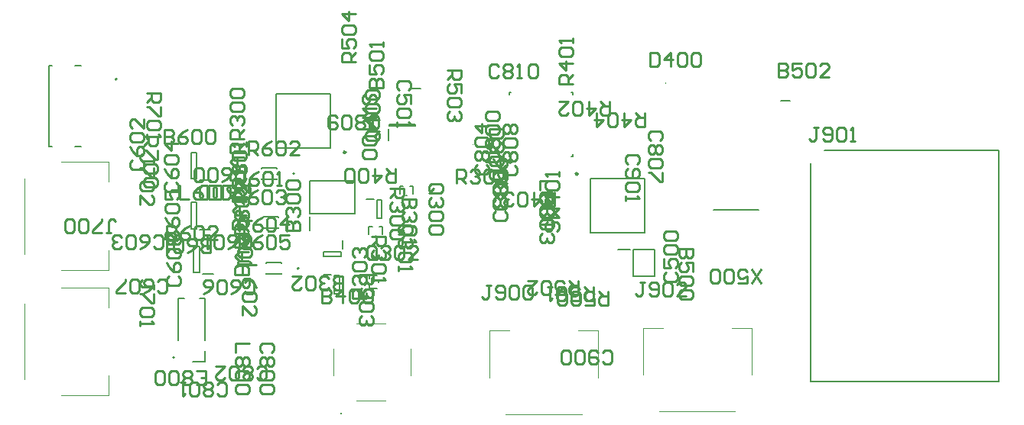
<source format=gbr>
%TF.GenerationSoftware,Altium Limited,Altium Designer,24.10.1 (45)*%
G04 Layer_Color=65535*
%FSLAX45Y45*%
%MOMM*%
%TF.SameCoordinates,2EBBFB3B-01A8-4DF5-8D17-AA19E7DB42BB*%
%TF.FilePolarity,Positive*%
%TF.FileFunction,Legend,Top*%
%TF.Part,Single*%
G01*
G75*
%TA.AperFunction,NonConductor*%
%ADD52C,0.25000*%
%ADD53C,0.20000*%
%ADD54C,0.10000*%
%ADD55C,0.12700*%
%ADD56C,0.15000*%
%ADD57C,0.25400*%
D52*
X8857498Y5460003D02*
G03*
X8857498Y5460003I-12500J0D01*
G01*
X8122499Y5590426D02*
G03*
X8122499Y5590426I-12500J0D01*
G01*
X6287500Y5700000D02*
G03*
X6287500Y5700000I-12500J0D01*
G01*
D53*
X4392500Y3424000D02*
G03*
X4392500Y3424000I-10000J0D01*
G01*
X6230001Y2799998D02*
G03*
X6240001Y2799998I5000J0D01*
G01*
D02*
G03*
X6230001Y2799998I-5000J0D01*
G01*
D02*
G03*
X6240001Y2799998I5000J0D01*
G01*
X5741000Y4920000D02*
G03*
X5741000Y4920000I-10000J0D01*
G01*
X5721000Y5460000D02*
G03*
X5721000Y5460000I-10000J0D01*
G01*
X5771000Y4410000D02*
G03*
X5771000Y4410000I-10000J0D01*
G01*
X3754575Y6510000D02*
G03*
X3754575Y6510000I-10000J0D01*
G01*
X12999503Y3158002D02*
X13519998D01*
Y5717002D01*
X11438001Y3158002D02*
X11958498D01*
X11438001D02*
Y5579999D01*
X11958498Y3158002D02*
X12999503D01*
X11590000Y5717002D02*
X13519998D01*
X9000002Y5410002D02*
X9600001D01*
X9000002Y4809998D02*
X9600001D01*
Y5410002D01*
X9000002Y4809998D02*
Y5410002D01*
X9474256Y4620001D02*
X9704253D01*
Y4320002D02*
Y4620001D01*
X9474256Y4320002D02*
X9704253D01*
X9474256D02*
Y4620001D01*
X9299255D02*
X9439255D01*
X10360000Y5060000D02*
X10859999D01*
X8095000Y5655427D02*
X8117500D01*
X8095000D02*
Y5677926D01*
Y6342924D02*
Y6365428D01*
X8117500D01*
X8782502D02*
X8805001D01*
Y6342924D02*
Y6365428D01*
X8782502Y5655427D02*
X8805001D01*
Y5677926D01*
X6997299Y6407861D02*
X7117298D01*
X6766885Y5990361D02*
Y6005358D01*
X7058884D01*
Y5990361D02*
Y6005358D01*
X6766885Y5990361D02*
X7058884D01*
X6762384Y5830357D02*
Y5955360D01*
X5520004Y5750001D02*
X6120003D01*
X5520004Y6350005D02*
X6120003D01*
X5520004Y5750001D02*
Y6350005D01*
X6120003Y5750001D02*
Y6350005D01*
X11104413Y6274999D02*
X11209416D01*
X4573529Y4852401D02*
X4633529D01*
X4573529D02*
Y5142403D01*
X4633529D01*
Y4852401D02*
Y5142403D01*
X4668530Y4837400D02*
X4788530D01*
X6632499Y5170002D02*
X6687500D01*
Y4970003D02*
Y5170002D01*
X6632499Y4970003D02*
X6687500D01*
X6632499D02*
Y5170002D01*
X6512499Y5180000D02*
X6597503D01*
X5890001Y5015001D02*
Y5384998D01*
X6390000D01*
Y5015001D02*
Y5384998D01*
X5890001Y5015001D02*
X6390000D01*
X5887502Y4832502D02*
Y4980000D01*
X4578899Y5406598D02*
X4638899D01*
X4578899D02*
Y5696600D01*
X4638899D01*
Y5406598D02*
Y5696600D01*
X4673900Y5391602D02*
X4793899D01*
X6240003Y4542500D02*
Y4597502D01*
X6039998Y4542500D02*
X6240003D01*
X6039998D02*
Y4597502D01*
X6240003D01*
X6250000Y4632503D02*
Y4717501D01*
X6162502Y4329999D02*
X6217498D01*
Y4129999D02*
Y4329999D01*
X6162502Y4129999D02*
X6217498D01*
X6162502D02*
Y4329999D01*
X6042503Y4340001D02*
X6127501D01*
X4700798Y4348698D02*
X4820798D01*
X4665802Y4363700D02*
Y4653702D01*
X4605802D02*
X4665802D01*
X4605802Y4363700D02*
Y4653702D01*
Y4363700D02*
X4665802D01*
X3000573Y6659499D02*
X3035574D01*
X3000573Y5765500D02*
Y6659499D01*
Y5765500D02*
X3035574D01*
X3291576Y6659499D02*
X3359577D01*
X3291576Y5765500D02*
X3359577D01*
D54*
X9830000Y6470000D02*
G03*
X9830000Y6460000I0J-5000D01*
G01*
D02*
G03*
X9830000Y6470000I0J5000D01*
G01*
X7690000Y5780000D02*
G03*
X7700000Y5780000I5000J0D01*
G01*
D02*
G03*
X7690000Y5780000I-5000J0D01*
G01*
X10559999Y3750000D02*
X10779999D01*
Y3227502D02*
Y3750000D01*
X9580001D02*
X9800001D01*
X9580001Y3227502D02*
Y3750000D01*
X9760001Y2824998D02*
X10599999D01*
X8860003Y3720003D02*
X9080002D01*
Y3197499D02*
Y3720003D01*
X7879999D02*
X8099999D01*
X7879999Y3197499D02*
Y3720003D01*
X8059999Y2795001D02*
X8900003D01*
X6154999Y3219999D02*
Y3519998D01*
X6405001Y3794999D02*
X6729999D01*
X7005000Y3219999D02*
Y3519998D01*
X6405001Y2944998D02*
X6729999D01*
X3659998Y4389999D02*
Y4609998D01*
X3137499Y4389999D02*
X3659998D01*
Y5370002D02*
Y5590002D01*
X3137499D02*
X3659998D01*
X2735001Y4569998D02*
Y5410002D01*
X3659998Y2999999D02*
Y3219999D01*
X3137499Y2999999D02*
X3659998D01*
Y3980002D02*
Y4200002D01*
X3137499D02*
X3659998D01*
X2735001Y3179999D02*
Y4020002D01*
D55*
X4667499Y4074998D02*
X4732498D01*
Y3610000D02*
Y4074998D01*
Y3375000D02*
Y3490001D01*
X4592498Y3375000D02*
X4732498D01*
X4432498Y3610000D02*
Y4074998D01*
X4497502D01*
X5375001Y4984999D02*
X5544998D01*
X5375001Y4855002D02*
X5544998D01*
Y4975001D02*
Y4984999D01*
Y4855002D02*
Y4864999D01*
X5375001Y4975001D02*
Y4984999D01*
Y4855002D02*
Y4864999D01*
X5355001Y5525003D02*
X5524998D01*
X5355001Y5395001D02*
X5524998D01*
Y5515000D02*
Y5525003D01*
Y5395001D02*
Y5404998D01*
X5355001Y5515000D02*
Y5525003D01*
Y5395001D02*
Y5404998D01*
X5404998Y4475002D02*
X5575000D01*
X5404998Y4345000D02*
X5575000D01*
Y4465000D02*
Y4475002D01*
Y4345000D02*
Y4355003D01*
X5404998Y4465000D02*
Y4475002D01*
Y4345000D02*
Y4355003D01*
D56*
X6885000Y5237500D02*
Y5320000D01*
X6920001D01*
X7035002Y5237500D02*
Y5320000D01*
X7000001D02*
X7035002D01*
X6955003Y5220000D02*
X6965000D01*
X6614998Y4769998D02*
X6625001D01*
X6660002Y4869998D02*
X6694998D01*
Y4787499D02*
Y4869998D01*
X6545001D02*
X6580002D01*
X6545001Y4787499D02*
Y4869998D01*
X6649999Y4254998D02*
Y4265000D01*
X6550000Y4300002D02*
Y4335003D01*
X6632499D01*
X6550000Y4185001D02*
Y4220002D01*
Y4185001D02*
X6632499D01*
D57*
X11522657Y5972381D02*
X11471873D01*
X11497265D01*
Y5845422D01*
X11471873Y5820030D01*
X11446482D01*
X11421090Y5845422D01*
X11573441D02*
X11598833Y5820030D01*
X11649616D01*
X11675008Y5845422D01*
Y5946989D01*
X11649616Y5972381D01*
X11598833D01*
X11573441Y5946989D01*
Y5921597D01*
X11598833Y5896205D01*
X11675008D01*
X11725791Y5946989D02*
X11751183Y5972381D01*
X11801967D01*
X11827359Y5946989D01*
Y5845422D01*
X11801967Y5820030D01*
X11751183D01*
X11725791Y5845422D01*
Y5946989D01*
X11878142Y5820030D02*
X11928926D01*
X11903534D01*
Y5972381D01*
X11878142Y5946989D01*
X8524069Y4925819D02*
X8498677Y4900428D01*
Y4849644D01*
X8524069Y4824252D01*
X8549461D01*
X8574853Y4849644D01*
Y4900428D01*
X8600245Y4925819D01*
X8625636D01*
X8651028Y4900428D01*
Y4849644D01*
X8625636Y4824252D01*
X8498677Y4976603D02*
X8651028D01*
X8600245Y5027386D01*
X8651028Y5078170D01*
X8498677D01*
X8651028Y5205129D02*
X8498677D01*
X8574853Y5128954D01*
Y5230521D01*
X8524069Y5281304D02*
X8498677Y5306696D01*
Y5357480D01*
X8524069Y5382872D01*
X8625636D01*
X8651028Y5357480D01*
Y5306696D01*
X8625636Y5281304D01*
X8524069D01*
X8651028Y5433655D02*
Y5484439D01*
Y5459047D01*
X8498677D01*
X8524069Y5433655D01*
X5105870Y4826450D02*
Y4978801D01*
X5182046D01*
X5207437Y4953409D01*
Y4902626D01*
X5182046Y4877234D01*
X5105870D01*
X5156654D02*
X5207437Y4826450D01*
X5359788Y4978801D02*
X5309004Y4953409D01*
X5258221Y4902626D01*
Y4851842D01*
X5283613Y4826450D01*
X5334396D01*
X5359788Y4851842D01*
Y4877234D01*
X5334396Y4902626D01*
X5258221D01*
X5410572Y4953409D02*
X5435963Y4978801D01*
X5486747D01*
X5512139Y4953409D01*
Y4851842D01*
X5486747Y4826450D01*
X5435963D01*
X5410572Y4851842D01*
Y4953409D01*
X5639098Y4826450D02*
Y4978801D01*
X5562922Y4902626D01*
X5664490D01*
X4632063Y3119258D02*
X4733630D01*
Y3271609D01*
X4632063D01*
X4733630Y3195434D02*
X4682847D01*
X4581280Y3144650D02*
X4555888Y3119258D01*
X4505104D01*
X4479712Y3144650D01*
Y3170042D01*
X4505104Y3195434D01*
X4479712Y3220826D01*
Y3246217D01*
X4505104Y3271609D01*
X4555888D01*
X4581280Y3246217D01*
Y3220826D01*
X4555888Y3195434D01*
X4581280Y3170042D01*
Y3144650D01*
X4555888Y3195434D02*
X4505104D01*
X4428929Y3144650D02*
X4403537Y3119258D01*
X4352754D01*
X4327362Y3144650D01*
Y3246217D01*
X4352754Y3271609D01*
X4403537D01*
X4428929Y3246217D01*
Y3144650D01*
X4276578D02*
X4251186Y3119258D01*
X4200403D01*
X4175011Y3144650D01*
Y3246217D01*
X4200403Y3271609D01*
X4251186D01*
X4276578Y3246217D01*
Y3144650D01*
X5167643Y4152511D02*
X5193035Y4127119D01*
X5243818D01*
X5269210Y4152511D01*
Y4254078D01*
X5243818Y4279470D01*
X5193035D01*
X5167643Y4254078D01*
X5015292Y4127119D02*
X5066076Y4152511D01*
X5116859Y4203295D01*
Y4254078D01*
X5091468Y4279470D01*
X5040684D01*
X5015292Y4254078D01*
Y4228686D01*
X5040684Y4203295D01*
X5116859D01*
X4964509Y4152511D02*
X4939117Y4127119D01*
X4888333D01*
X4862942Y4152511D01*
Y4254078D01*
X4888333Y4279470D01*
X4939117D01*
X4964509Y4254078D01*
Y4152511D01*
X4710591Y4127119D02*
X4761375Y4152511D01*
X4812158Y4203295D01*
Y4254078D01*
X4786766Y4279470D01*
X4735983D01*
X4710591Y4254078D01*
Y4228686D01*
X4735983Y4203295D01*
X4812158D01*
X5463489Y3477642D02*
X5488881Y3503034D01*
Y3553818D01*
X5463489Y3579210D01*
X5361922D01*
X5336531Y3553818D01*
Y3503034D01*
X5361922Y3477642D01*
X5463489Y3426859D02*
X5488881Y3401467D01*
Y3350683D01*
X5463489Y3325292D01*
X5438098D01*
X5412706Y3350683D01*
X5387314Y3325292D01*
X5361922D01*
X5336531Y3350683D01*
Y3401467D01*
X5361922Y3426859D01*
X5387314D01*
X5412706Y3401467D01*
X5438098Y3426859D01*
X5463489D01*
X5412706Y3401467D02*
Y3350683D01*
X5463489Y3274508D02*
X5488881Y3249116D01*
Y3198333D01*
X5463489Y3172941D01*
X5361922D01*
X5336531Y3198333D01*
Y3249116D01*
X5361922Y3274508D01*
X5463489D01*
Y3122157D02*
X5488881Y3096765D01*
Y3045982D01*
X5463489Y3020590D01*
X5361922D01*
X5336531Y3045982D01*
Y3096765D01*
X5361922Y3122157D01*
X5463489D01*
X5222881Y3579210D02*
X5070530D01*
Y3477642D01*
X5197489Y3426859D02*
X5222881Y3401467D01*
Y3350683D01*
X5197489Y3325292D01*
X5172098D01*
X5146706Y3350683D01*
X5121314Y3325292D01*
X5095922D01*
X5070530Y3350683D01*
Y3401467D01*
X5095922Y3426859D01*
X5121314D01*
X5146706Y3401467D01*
X5172098Y3426859D01*
X5197489D01*
X5146706Y3401467D02*
Y3350683D01*
X5197489Y3274508D02*
X5222881Y3249116D01*
Y3198333D01*
X5197489Y3172941D01*
X5095922D01*
X5070530Y3198333D01*
Y3249116D01*
X5095922Y3274508D01*
X5197489D01*
Y3122157D02*
X5222881Y3096765D01*
Y3045982D01*
X5197489Y3020590D01*
X5095922D01*
X5070530Y3045982D01*
Y3096765D01*
X5095922Y3122157D01*
X5197489D01*
X4867643Y3020511D02*
X4893035Y2995119D01*
X4943818D01*
X4969210Y3020511D01*
Y3122078D01*
X4943818Y3147470D01*
X4893035D01*
X4867643Y3122078D01*
X4816860Y3020511D02*
X4791468Y2995119D01*
X4740684D01*
X4715292Y3020511D01*
Y3045903D01*
X4740684Y3071295D01*
X4715292Y3096686D01*
Y3122078D01*
X4740684Y3147470D01*
X4791468D01*
X4816860Y3122078D01*
Y3096686D01*
X4791468Y3071295D01*
X4816860Y3045903D01*
Y3020511D01*
X4791468Y3071295D02*
X4740684D01*
X4664509Y3020511D02*
X4639117Y2995119D01*
X4588333D01*
X4562942Y3020511D01*
Y3122078D01*
X4588333Y3147470D01*
X4639117D01*
X4664509Y3122078D01*
Y3020511D01*
X4512158Y3147470D02*
X4461375D01*
X4486766D01*
Y2995119D01*
X4512158Y3020511D01*
X5307643Y3196510D02*
X5333035Y3171119D01*
X5383818D01*
X5409210Y3196510D01*
Y3298077D01*
X5383818Y3323469D01*
X5333035D01*
X5307643Y3298077D01*
X5256859Y3196510D02*
X5231468Y3171119D01*
X5180684D01*
X5155292Y3196510D01*
Y3221902D01*
X5180684Y3247294D01*
X5155292Y3272686D01*
Y3298077D01*
X5180684Y3323469D01*
X5231468D01*
X5256859Y3298077D01*
Y3272686D01*
X5231468Y3247294D01*
X5256859Y3221902D01*
Y3196510D01*
X5231468Y3247294D02*
X5180684D01*
X5104509Y3196510D02*
X5079117Y3171119D01*
X5028333D01*
X5002941Y3196510D01*
Y3298077D01*
X5028333Y3323469D01*
X5079117D01*
X5104509Y3298077D01*
Y3196510D01*
X4850591Y3323469D02*
X4952158D01*
X4850591Y3221902D01*
Y3196510D01*
X4875983Y3171119D01*
X4926766D01*
X4952158Y3196510D01*
X9597037Y4252601D02*
X9546254D01*
X9571646D01*
Y4125642D01*
X9546254Y4100250D01*
X9520862D01*
X9495470Y4125642D01*
X9647821D02*
X9673213Y4100250D01*
X9723996D01*
X9749388Y4125642D01*
Y4227209D01*
X9723996Y4252601D01*
X9673213D01*
X9647821Y4227209D01*
Y4201817D01*
X9673213Y4176425D01*
X9749388D01*
X9800172Y4227209D02*
X9825564Y4252601D01*
X9876347D01*
X9901739Y4227209D01*
Y4125642D01*
X9876347Y4100250D01*
X9825564D01*
X9800172Y4125642D01*
Y4227209D01*
X10054090Y4100250D02*
X9952522D01*
X10054090Y4201817D01*
Y4227209D01*
X10028698Y4252601D01*
X9977914D01*
X9952522Y4227209D01*
X9127643Y3376511D02*
X9153035Y3351120D01*
X9203818D01*
X9229210Y3376511D01*
Y3478078D01*
X9203818Y3503470D01*
X9153035D01*
X9127643Y3478078D01*
X9076859D02*
X9051468Y3503470D01*
X9000684D01*
X8975292Y3478078D01*
Y3376511D01*
X9000684Y3351120D01*
X9051468D01*
X9076859Y3376511D01*
Y3401903D01*
X9051468Y3427295D01*
X8975292D01*
X8924509Y3376511D02*
X8899117Y3351120D01*
X8848333D01*
X8822941Y3376511D01*
Y3478078D01*
X8848333Y3503470D01*
X8899117D01*
X8924509Y3478078D01*
Y3376511D01*
X8772158D02*
X8746766Y3351120D01*
X8695983D01*
X8670591Y3376511D01*
Y3478078D01*
X8695983Y3503470D01*
X8746766D01*
X8772158Y3478078D01*
Y3376511D01*
X7897037Y4222601D02*
X7846254D01*
X7871645D01*
Y4095642D01*
X7846254Y4070250D01*
X7820862D01*
X7795470Y4095642D01*
X7947821D02*
X7973213Y4070250D01*
X8023996D01*
X8049388Y4095642D01*
Y4197209D01*
X8023996Y4222601D01*
X7973213D01*
X7947821Y4197209D01*
Y4171817D01*
X7973213Y4146426D01*
X8049388D01*
X8100172Y4197209D02*
X8125563Y4222601D01*
X8176347D01*
X8201739Y4197209D01*
Y4095642D01*
X8176347Y4070250D01*
X8125563D01*
X8100172Y4095642D01*
Y4197209D01*
X8252522D02*
X8277914Y4222601D01*
X8328698D01*
X8354089Y4197209D01*
Y4095642D01*
X8328698Y4070250D01*
X8277914D01*
X8252522Y4095642D01*
Y4197209D01*
X9034130Y4208550D02*
Y4056199D01*
X8957955D01*
X8932563Y4081591D01*
Y4132375D01*
X8957955Y4157766D01*
X9034130D01*
X8983347D02*
X8932563Y4208550D01*
X8780212Y4056199D02*
X8881780D01*
Y4132375D01*
X8830996Y4106983D01*
X8805604D01*
X8780212Y4132375D01*
Y4183158D01*
X8805604Y4208550D01*
X8856388D01*
X8881780Y4183158D01*
X8729429Y4081591D02*
X8704037Y4056199D01*
X8653253D01*
X8627862Y4081591D01*
Y4183158D01*
X8653253Y4208550D01*
X8704037D01*
X8729429Y4183158D01*
Y4081591D01*
X8577078Y4208550D02*
X8526295D01*
X8551686D01*
Y4056199D01*
X8577078Y4081591D01*
X9194130Y4153549D02*
Y4001199D01*
X9117955D01*
X9092563Y4026591D01*
Y4077374D01*
X9117955Y4102766D01*
X9194130D01*
X9143347D02*
X9092563Y4153549D01*
X8940212Y4001199D02*
X9041779D01*
Y4077374D01*
X8990996Y4051982D01*
X8965604D01*
X8940212Y4077374D01*
Y4128158D01*
X8965604Y4153549D01*
X9016388D01*
X9041779Y4128158D01*
X8889429Y4026591D02*
X8864037Y4001199D01*
X8813253D01*
X8787862Y4026591D01*
Y4128158D01*
X8813253Y4153549D01*
X8864037D01*
X8889429Y4128158D01*
Y4026591D01*
X8737078D02*
X8711686Y4001199D01*
X8660903D01*
X8635511Y4026591D01*
Y4128158D01*
X8660903Y4153549D01*
X8711686D01*
X8737078Y4128158D01*
Y4026591D01*
X9836511Y4362357D02*
X9811120Y4336965D01*
Y4286182D01*
X9836511Y4260790D01*
X9938078D01*
X9963470Y4286182D01*
Y4336965D01*
X9938078Y4362357D01*
X9811120Y4514708D02*
Y4413141D01*
X9887295D01*
X9861903Y4463924D01*
Y4489316D01*
X9887295Y4514708D01*
X9938078D01*
X9963470Y4489316D01*
Y4438532D01*
X9938078Y4413141D01*
X9836511Y4565491D02*
X9811120Y4590883D01*
Y4641667D01*
X9836511Y4667058D01*
X9938078D01*
X9963470Y4641667D01*
Y4590883D01*
X9938078Y4565491D01*
X9836511D01*
Y4717842D02*
X9811120Y4743234D01*
Y4794017D01*
X9836511Y4819409D01*
X9938078D01*
X9963470Y4794017D01*
Y4743234D01*
X9938078Y4717842D01*
X9836511D01*
X8864132Y4273552D02*
Y4121201D01*
X8787957D01*
X8762565Y4146593D01*
Y4197376D01*
X8787957Y4222768D01*
X8864132D01*
X8813348D02*
X8762565Y4273552D01*
X8610214Y4121201D02*
X8711781D01*
Y4197376D01*
X8660998Y4171985D01*
X8635606D01*
X8610214Y4197376D01*
Y4248160D01*
X8635606Y4273552D01*
X8686389D01*
X8711781Y4248160D01*
X8559430Y4146593D02*
X8534039Y4121201D01*
X8483255D01*
X8457863Y4146593D01*
Y4248160D01*
X8483255Y4273552D01*
X8534039D01*
X8559430Y4248160D01*
Y4146593D01*
X8305512Y4273552D02*
X8407080D01*
X8305512Y4171985D01*
Y4146593D01*
X8330904Y4121201D01*
X8381688D01*
X8407080Y4146593D01*
X10134033Y4626208D02*
X9981683D01*
Y4550032D01*
X10007074Y4524640D01*
X10032466D01*
X10057858Y4550032D01*
Y4626208D01*
Y4550032D01*
X10083250Y4524640D01*
X10108641D01*
X10134033Y4550032D01*
Y4626208D01*
Y4372290D02*
Y4473857D01*
X10057858D01*
X10083250Y4423073D01*
Y4397682D01*
X10057858Y4372290D01*
X10007074D01*
X9981683Y4397682D01*
Y4448465D01*
X10007074Y4473857D01*
X10108641Y4321506D02*
X10134033Y4296114D01*
Y4245331D01*
X10108641Y4219939D01*
X10007074D01*
X9981683Y4245331D01*
Y4296114D01*
X10007074Y4321506D01*
X10108641D01*
Y4169155D02*
X10134033Y4143764D01*
Y4092980D01*
X10108641Y4067588D01*
X10007074D01*
X9981683Y4092980D01*
Y4143764D01*
X10007074Y4169155D01*
X10108641D01*
X10888129Y4251058D02*
X10786561Y4403409D01*
Y4251058D02*
X10888129Y4403409D01*
X10634211Y4251058D02*
X10735778D01*
Y4327233D01*
X10684994Y4301841D01*
X10659603D01*
X10634211Y4327233D01*
Y4378017D01*
X10659603Y4403409D01*
X10710386D01*
X10735778Y4378017D01*
X10583427Y4276450D02*
X10558035Y4251058D01*
X10507252D01*
X10481860Y4276450D01*
Y4378017D01*
X10507252Y4403409D01*
X10558035D01*
X10583427Y4378017D01*
Y4276450D01*
X10431076D02*
X10405685Y4251058D01*
X10354901D01*
X10329509Y4276450D01*
Y4378017D01*
X10354901Y4403409D01*
X10405685D01*
X10431076Y4378017D01*
Y4276450D01*
X7836638Y5590056D02*
X7963596D01*
X7988988Y5615447D01*
Y5666231D01*
X7963596Y5691623D01*
X7836638D01*
X7862029Y5742406D02*
X7836638Y5767798D01*
Y5818582D01*
X7862029Y5843974D01*
X7887421D01*
X7912813Y5818582D01*
X7938205Y5843974D01*
X7963596D01*
X7988988Y5818582D01*
Y5767798D01*
X7963596Y5742406D01*
X7938205D01*
X7912813Y5767798D01*
X7887421Y5742406D01*
X7862029D01*
X7912813Y5767798D02*
Y5818582D01*
X7862029Y5894757D02*
X7836638Y5920149D01*
Y5970932D01*
X7862029Y5996324D01*
X7963596D01*
X7988988Y5970932D01*
Y5920149D01*
X7963596Y5894757D01*
X7862029D01*
Y6047108D02*
X7836638Y6072500D01*
Y6123283D01*
X7862029Y6148675D01*
X7963596D01*
X7988988Y6123283D01*
Y6072500D01*
X7963596Y6047108D01*
X7862029D01*
X8594128Y5253549D02*
Y5101199D01*
X8517953D01*
X8492561Y5126590D01*
Y5177374D01*
X8517953Y5202766D01*
X8594128D01*
X8543345D02*
X8492561Y5253549D01*
X8365602D02*
Y5101199D01*
X8441778Y5177374D01*
X8340210D01*
X8289427Y5126590D02*
X8264035Y5101199D01*
X8213252D01*
X8187860Y5126590D01*
Y5228157D01*
X8213252Y5253549D01*
X8264035D01*
X8289427Y5228157D01*
Y5126590D01*
X8137076D02*
X8111684Y5101199D01*
X8060901D01*
X8035509Y5126590D01*
Y5151982D01*
X8060901Y5177374D01*
X8086293D01*
X8060901D01*
X8035509Y5202766D01*
Y5228157D01*
X8060901Y5253549D01*
X8111684D01*
X8137076Y5228157D01*
X8060511Y5548632D02*
X8035119Y5523240D01*
Y5472457D01*
X8060511Y5447065D01*
X8162078D01*
X8187470Y5472457D01*
Y5523240D01*
X8162078Y5548632D01*
X8060511Y5599416D02*
X8035119Y5624807D01*
Y5675591D01*
X8060511Y5700983D01*
X8085903D01*
X8111294Y5675591D01*
X8136686Y5700983D01*
X8162078D01*
X8187470Y5675591D01*
Y5624807D01*
X8162078Y5599416D01*
X8136686D01*
X8111294Y5624807D01*
X8085903Y5599416D01*
X8060511D01*
X8111294Y5624807D02*
Y5675591D01*
X8060511Y5751766D02*
X8035119Y5777158D01*
Y5827942D01*
X8060511Y5853333D01*
X8162078D01*
X8187470Y5827942D01*
Y5777158D01*
X8162078Y5751766D01*
X8060511D01*
Y5904117D02*
X8035119Y5929509D01*
Y5980292D01*
X8060511Y6005684D01*
X8085903D01*
X8111294Y5980292D01*
X8136686Y6005684D01*
X8162078D01*
X8187470Y5980292D01*
Y5929509D01*
X8162078Y5904117D01*
X8136686D01*
X8111294Y5929509D01*
X8085903Y5904117D01*
X8060511D01*
X8111294Y5929509D02*
Y5980292D01*
X9204127Y6263548D02*
Y6111197D01*
X9127952D01*
X9102560Y6136589D01*
Y6187372D01*
X9127952Y6212764D01*
X9204127D01*
X9153344D02*
X9102560Y6263548D01*
X8975601D02*
Y6111197D01*
X9051777Y6187372D01*
X8950209D01*
X8899426Y6136589D02*
X8874034Y6111197D01*
X8823251D01*
X8797859Y6136589D01*
Y6238156D01*
X8823251Y6263548D01*
X8874034D01*
X8899426Y6238156D01*
Y6136589D01*
X8645508Y6263548D02*
X8747075D01*
X8645508Y6161981D01*
Y6136589D01*
X8670900Y6111197D01*
X8721683D01*
X8747075Y6136589D01*
X9767490Y5827645D02*
X9792882Y5853037D01*
Y5903820D01*
X9767490Y5929212D01*
X9665923D01*
X9640531Y5903820D01*
Y5853037D01*
X9665923Y5827645D01*
X9767490Y5776861D02*
X9792882Y5751469D01*
Y5700686D01*
X9767490Y5675294D01*
X9742098D01*
X9716706Y5700686D01*
X9691314Y5675294D01*
X9665923D01*
X9640531Y5700686D01*
Y5751469D01*
X9665923Y5776861D01*
X9691314D01*
X9716706Y5751469D01*
X9742098Y5776861D01*
X9767490D01*
X9716706Y5751469D02*
Y5700686D01*
X9767490Y5624510D02*
X9792882Y5599119D01*
Y5548335D01*
X9767490Y5522943D01*
X9665923D01*
X9640531Y5548335D01*
Y5599119D01*
X9665923Y5624510D01*
X9767490D01*
X9792882Y5472160D02*
Y5370593D01*
X9767490D01*
X9665923Y5472160D01*
X9640531D01*
X9513489Y5567642D02*
X9538881Y5593034D01*
Y5643818D01*
X9513489Y5669210D01*
X9411922D01*
X9386530Y5643818D01*
Y5593034D01*
X9411922Y5567642D01*
Y5516859D02*
X9386530Y5491467D01*
Y5440684D01*
X9411922Y5415292D01*
X9513489D01*
X9538881Y5440684D01*
Y5491467D01*
X9513489Y5516859D01*
X9488098D01*
X9462706Y5491467D01*
Y5415292D01*
X9513489Y5364508D02*
X9538881Y5339116D01*
Y5288333D01*
X9513489Y5262941D01*
X9411922D01*
X9386530Y5288333D01*
Y5339116D01*
X9411922Y5364508D01*
X9513489D01*
X9386530Y5212157D02*
Y5161374D01*
Y5186766D01*
X9538881D01*
X9513489Y5212157D01*
X7950511Y5172357D02*
X7925119Y5146965D01*
Y5096182D01*
X7950511Y5070790D01*
X8052078D01*
X8077470Y5096182D01*
Y5146965D01*
X8052078Y5172357D01*
X7950511Y5223141D02*
X7925119Y5248533D01*
Y5299316D01*
X7950511Y5324708D01*
X7975903D01*
X8001295Y5299316D01*
X8026687Y5324708D01*
X8052078D01*
X8077470Y5299316D01*
Y5248533D01*
X8052078Y5223141D01*
X8026687D01*
X8001295Y5248533D01*
X7975903Y5223141D01*
X7950511D01*
X8001295Y5248533D02*
Y5299316D01*
X7950511Y5375491D02*
X7925119Y5400883D01*
Y5451667D01*
X7950511Y5477059D01*
X8052078D01*
X8077470Y5451667D01*
Y5400883D01*
X8052078Y5375491D01*
X7950511D01*
X7925119Y5629409D02*
X7950511Y5578626D01*
X8001295Y5527842D01*
X8052078D01*
X8077470Y5553234D01*
Y5604017D01*
X8052078Y5629409D01*
X8026687D01*
X8001295Y5604017D01*
Y5527842D01*
X7950511Y5046932D02*
X7925119Y5021540D01*
Y4970756D01*
X7950511Y4945365D01*
X8052078D01*
X8077470Y4970756D01*
Y5021540D01*
X8052078Y5046932D01*
X7950511Y5097715D02*
X7925119Y5123107D01*
Y5173891D01*
X7950511Y5199282D01*
X7975903D01*
X8001295Y5173891D01*
X8026687Y5199282D01*
X8052078D01*
X8077470Y5173891D01*
Y5123107D01*
X8052078Y5097715D01*
X8026687D01*
X8001295Y5123107D01*
X7975903Y5097715D01*
X7950511D01*
X8001295Y5123107D02*
Y5173891D01*
X7950511Y5250066D02*
X7925119Y5275458D01*
Y5326241D01*
X7950511Y5351633D01*
X8052078D01*
X8077470Y5326241D01*
Y5275458D01*
X8052078Y5250066D01*
X7950511D01*
X7925119Y5503984D02*
Y5402417D01*
X8001295D01*
X7975903Y5453200D01*
Y5478592D01*
X8001295Y5503984D01*
X8052078D01*
X8077470Y5478592D01*
Y5427809D01*
X8052078Y5402417D01*
X8588881Y5380061D02*
X8436530D01*
Y5278494D01*
X8563489Y5227710D02*
X8588881Y5202319D01*
Y5151535D01*
X8563489Y5126143D01*
X8538098D01*
X8512706Y5151535D01*
X8487314Y5126143D01*
X8461922D01*
X8436530Y5151535D01*
Y5202319D01*
X8461922Y5227710D01*
X8487314D01*
X8512706Y5202319D01*
X8538098Y5227710D01*
X8563489D01*
X8512706Y5202319D02*
Y5151535D01*
X8563489Y5075360D02*
X8588881Y5049968D01*
Y4999184D01*
X8563489Y4973792D01*
X8461922D01*
X8436530Y4999184D01*
Y5049968D01*
X8461922Y5075360D01*
X8563489D01*
X8436530Y4923009D02*
Y4872225D01*
Y4897617D01*
X8588881D01*
X8563489Y4923009D01*
X7740510Y5562358D02*
X7715118Y5536966D01*
Y5486183D01*
X7740510Y5460791D01*
X7842077D01*
X7867469Y5486183D01*
Y5536966D01*
X7842077Y5562358D01*
X7740510Y5613142D02*
X7715118Y5638534D01*
Y5689317D01*
X7740510Y5714709D01*
X7765902D01*
X7791294Y5689317D01*
X7816685Y5714709D01*
X7842077D01*
X7867469Y5689317D01*
Y5638534D01*
X7842077Y5613142D01*
X7816685D01*
X7791294Y5638534D01*
X7765902Y5613142D01*
X7740510D01*
X7791294Y5638534D02*
Y5689317D01*
X7740510Y5765492D02*
X7715118Y5790884D01*
Y5841668D01*
X7740510Y5867060D01*
X7842077D01*
X7867469Y5841668D01*
Y5790884D01*
X7842077Y5765492D01*
X7740510D01*
X7867469Y5994018D02*
X7715118D01*
X7791294Y5917843D01*
Y6019410D01*
X6552138Y6417369D02*
X6704489D01*
Y6493545D01*
X6679097Y6518937D01*
X6653705D01*
X6628313Y6493545D01*
Y6417369D01*
Y6493545D01*
X6602922Y6518937D01*
X6577530D01*
X6552138Y6493545D01*
Y6417369D01*
Y6671287D02*
Y6569720D01*
X6628313D01*
X6602922Y6620504D01*
Y6645896D01*
X6628313Y6671287D01*
X6679097D01*
X6704489Y6645896D01*
Y6595112D01*
X6679097Y6569720D01*
X6577530Y6722071D02*
X6552138Y6747463D01*
Y6798246D01*
X6577530Y6823638D01*
X6679097D01*
X6704489Y6798246D01*
Y6747463D01*
X6679097Y6722071D01*
X6577530D01*
X6704489Y6874422D02*
Y6925205D01*
Y6899813D01*
X6552138D01*
X6577530Y6874422D01*
X6396433Y6703730D02*
X6244082D01*
Y6779905D01*
X6269474Y6805297D01*
X6320258D01*
X6345649Y6779905D01*
Y6703730D01*
Y6754513D02*
X6396433Y6805297D01*
X6244082Y6957648D02*
Y6856080D01*
X6320258D01*
X6294866Y6906864D01*
Y6932256D01*
X6320258Y6957648D01*
X6371041D01*
X6396433Y6932256D01*
Y6881472D01*
X6371041Y6856080D01*
X6269474Y7008431D02*
X6244082Y7033823D01*
Y7084606D01*
X6269474Y7109998D01*
X6371041D01*
X6396433Y7084606D01*
Y7033823D01*
X6371041Y7008431D01*
X6269474D01*
X6396433Y7236957D02*
X6244082D01*
X6320258Y7160782D01*
Y7262349D01*
X7982357Y6653489D02*
X7956965Y6678881D01*
X7906182D01*
X7880790Y6653489D01*
Y6551922D01*
X7906182Y6526530D01*
X7956965D01*
X7982357Y6551922D01*
X8033141Y6653489D02*
X8058533Y6678881D01*
X8109316D01*
X8134708Y6653489D01*
Y6628097D01*
X8109316Y6602705D01*
X8134708Y6577313D01*
Y6551922D01*
X8109316Y6526530D01*
X8058533D01*
X8033141Y6551922D01*
Y6577313D01*
X8058533Y6602705D01*
X8033141Y6628097D01*
Y6653489D01*
X8058533Y6602705D02*
X8109316D01*
X8185491Y6526530D02*
X8236275D01*
X8210883D01*
Y6678881D01*
X8185491Y6653489D01*
X8312450D02*
X8337842Y6678881D01*
X8388626D01*
X8414017Y6653489D01*
Y6551922D01*
X8388626Y6526530D01*
X8337842D01*
X8312450Y6551922D01*
Y6653489D01*
X6550525Y5984372D02*
X6575917Y5958980D01*
X6626700D01*
X6652092Y5984372D01*
Y6085939D01*
X6626700Y6111331D01*
X6575917D01*
X6550525Y6085939D01*
X6499741Y5984372D02*
X6474350Y5958980D01*
X6423566D01*
X6398174Y5984372D01*
Y6009764D01*
X6423566Y6035156D01*
X6398174Y6060547D01*
Y6085939D01*
X6423566Y6111331D01*
X6474350D01*
X6499741Y6085939D01*
Y6060547D01*
X6474350Y6035156D01*
X6499741Y6009764D01*
Y5984372D01*
X6474350Y6035156D02*
X6423566D01*
X6347391Y5984372D02*
X6321999Y5958980D01*
X6271215D01*
X6245823Y5984372D01*
Y6085939D01*
X6271215Y6111331D01*
X6321999D01*
X6347391Y6085939D01*
Y5984372D01*
X6195040Y6085939D02*
X6169648Y6111331D01*
X6118865D01*
X6093473Y6085939D01*
Y5984372D01*
X6118865Y5958980D01*
X6169648D01*
X6195040Y5984372D01*
Y6009764D01*
X6169648Y6035156D01*
X6093473D01*
X6632221Y5930518D02*
X6530654D01*
X6505262Y5905126D01*
Y5854343D01*
X6530654Y5828951D01*
X6632221D01*
X6657613Y5854343D01*
Y5905126D01*
X6606829Y5879734D02*
X6657613Y5930518D01*
Y5905126D02*
X6632221Y5930518D01*
X6657613Y6057477D02*
X6505262D01*
X6581437Y5981301D01*
Y6082869D01*
X6530654Y6133652D02*
X6505262Y6159044D01*
Y6209828D01*
X6530654Y6235219D01*
X6632221D01*
X6657613Y6209828D01*
Y6159044D01*
X6632221Y6133652D01*
X6530654D01*
Y6286003D02*
X6505262Y6311395D01*
Y6362178D01*
X6530654Y6387570D01*
X6632221D01*
X6657613Y6362178D01*
Y6311395D01*
X6632221Y6286003D01*
X6530654D01*
X7414334Y6611989D02*
X7566684D01*
Y6535814D01*
X7541293Y6510422D01*
X7490509D01*
X7465117Y6535814D01*
Y6611989D01*
Y6561206D02*
X7414334Y6510422D01*
X7566684Y6358071D02*
Y6459638D01*
X7490509D01*
X7515901Y6408855D01*
Y6383463D01*
X7490509Y6358071D01*
X7439726D01*
X7414334Y6383463D01*
Y6434246D01*
X7439726Y6459638D01*
X7541293Y6307288D02*
X7566684Y6281896D01*
Y6231112D01*
X7541293Y6205720D01*
X7439726D01*
X7414334Y6231112D01*
Y6281896D01*
X7439726Y6307288D01*
X7541293D01*
Y6154937D02*
X7566684Y6129545D01*
Y6078762D01*
X7541293Y6053370D01*
X7515901D01*
X7490509Y6078762D01*
Y6104153D01*
Y6078762D01*
X7465117Y6053370D01*
X7439726D01*
X7414334Y6078762D01*
Y6129545D01*
X7439726Y6154937D01*
X6978371Y6390926D02*
X7003763Y6416318D01*
Y6467101D01*
X6978371Y6492493D01*
X6876804D01*
X6851412Y6467101D01*
Y6416318D01*
X6876804Y6390926D01*
X7003763Y6238575D02*
Y6340143D01*
X6927587D01*
X6952979Y6289359D01*
Y6263967D01*
X6927587Y6238575D01*
X6876804D01*
X6851412Y6263967D01*
Y6314751D01*
X6876804Y6340143D01*
X6978371Y6187792D02*
X7003763Y6162400D01*
Y6111616D01*
X6978371Y6086225D01*
X6876804D01*
X6851412Y6111616D01*
Y6162400D01*
X6876804Y6187792D01*
X6978371D01*
X6851412Y6035441D02*
Y5984658D01*
Y6010049D01*
X7003763D01*
X6978371Y6035441D01*
X9594130Y6138550D02*
Y5986199D01*
X9517955D01*
X9492563Y6011591D01*
Y6062375D01*
X9517955Y6087767D01*
X9594130D01*
X9543346D02*
X9492563Y6138550D01*
X9365604D02*
Y5986199D01*
X9441779Y6062375D01*
X9340212D01*
X9289428Y6011591D02*
X9264037Y5986199D01*
X9213253D01*
X9187861Y6011591D01*
Y6113158D01*
X9213253Y6138550D01*
X9264037D01*
X9289428Y6113158D01*
Y6011591D01*
X9060902Y6138550D02*
Y5986199D01*
X9137078Y6062375D01*
X9035511D01*
X6595929Y6234183D02*
X6621321Y6259574D01*
Y6310358D01*
X6595929Y6335750D01*
X6570538D01*
X6545146Y6310358D01*
Y6259574D01*
X6519754Y6234183D01*
X6494362D01*
X6468970Y6259574D01*
Y6310358D01*
X6494362Y6335750D01*
X6621321Y6183399D02*
X6468970D01*
X6519754Y6132616D01*
X6468970Y6081832D01*
X6621321D01*
X6468970Y5954873D02*
X6621321D01*
X6545146Y6031048D01*
Y5929481D01*
X6595929Y5878698D02*
X6621321Y5853306D01*
Y5802522D01*
X6595929Y5777130D01*
X6494362D01*
X6468970Y5802522D01*
Y5853306D01*
X6494362Y5878698D01*
X6595929D01*
Y5726347D02*
X6621321Y5700955D01*
Y5650172D01*
X6595929Y5624780D01*
X6494362D01*
X6468970Y5650172D01*
Y5700955D01*
X6494362Y5726347D01*
X6595929D01*
X8798550Y6455870D02*
X8646199D01*
Y6532045D01*
X8671591Y6557437D01*
X8722374D01*
X8747766Y6532045D01*
Y6455870D01*
Y6506653D02*
X8798550Y6557437D01*
Y6684396D02*
X8646199D01*
X8722374Y6608220D01*
Y6709788D01*
X8671591Y6760571D02*
X8646199Y6785963D01*
Y6836747D01*
X8671591Y6862138D01*
X8773158D01*
X8798550Y6836747D01*
Y6785963D01*
X8773158Y6760571D01*
X8671591D01*
X8798550Y6912922D02*
Y6963705D01*
Y6938314D01*
X8646199D01*
X8671591Y6912922D01*
X9655990Y6804781D02*
Y6652430D01*
X9732165D01*
X9757557Y6677822D01*
Y6779389D01*
X9732165Y6804781D01*
X9655990D01*
X9884516Y6652430D02*
Y6804781D01*
X9808341Y6728605D01*
X9909908D01*
X9960692Y6779389D02*
X9986083Y6804781D01*
X10036867D01*
X10062259Y6779389D01*
Y6677822D01*
X10036867Y6652430D01*
X9986083D01*
X9960692Y6677822D01*
Y6779389D01*
X10113042D02*
X10138434Y6804781D01*
X10189218D01*
X10214609Y6779389D01*
Y6677822D01*
X10189218Y6652430D01*
X10138434D01*
X10113042Y6677822D01*
Y6779389D01*
X7515872Y5356449D02*
Y5508799D01*
X7592048D01*
X7617439Y5483408D01*
Y5432624D01*
X7592048Y5407232D01*
X7515872D01*
X7566656D02*
X7617439Y5356449D01*
X7668223Y5483408D02*
X7693615Y5508799D01*
X7744398D01*
X7769790Y5483408D01*
Y5458016D01*
X7744398Y5432624D01*
X7719006D01*
X7744398D01*
X7769790Y5407232D01*
Y5381841D01*
X7744398Y5356449D01*
X7693615D01*
X7668223Y5381841D01*
X7820574Y5483408D02*
X7845966Y5508799D01*
X7896749D01*
X7922141Y5483408D01*
Y5381841D01*
X7896749Y5356449D01*
X7845966D01*
X7820574Y5381841D01*
Y5483408D01*
X8074492Y5356449D02*
X7972924D01*
X8074492Y5458016D01*
Y5483408D01*
X8049100Y5508799D01*
X7998316D01*
X7972924Y5483408D01*
X8561489Y5153068D02*
X8586881Y5178460D01*
Y5229244D01*
X8561489Y5254636D01*
X8459922D01*
X8434531Y5229244D01*
Y5178460D01*
X8459922Y5153068D01*
X8561489Y5102285D02*
X8586881Y5076893D01*
Y5026110D01*
X8561489Y5000718D01*
X8536098D01*
X8510706Y5026110D01*
X8485314Y5000718D01*
X8459922D01*
X8434531Y5026110D01*
Y5076893D01*
X8459922Y5102285D01*
X8485314D01*
X8510706Y5076893D01*
X8536098Y5102285D01*
X8561489D01*
X8510706Y5076893D02*
Y5026110D01*
X8561489Y4949934D02*
X8586881Y4924542D01*
Y4873759D01*
X8561489Y4848367D01*
X8459922D01*
X8434531Y4873759D01*
Y4924542D01*
X8459922Y4949934D01*
X8561489D01*
Y4797583D02*
X8586881Y4772192D01*
Y4721408D01*
X8561489Y4696016D01*
X8536098D01*
X8510706Y4721408D01*
Y4746800D01*
Y4721408D01*
X8485314Y4696016D01*
X8459922D01*
X8434531Y4721408D01*
Y4772192D01*
X8459922Y4797583D01*
X6837014Y5516409D02*
Y5364058D01*
X6760839D01*
X6735447Y5389450D01*
Y5440233D01*
X6760839Y5465625D01*
X6837014D01*
X6786231D02*
X6735447Y5516409D01*
X6608488D02*
Y5364058D01*
X6684663Y5440233D01*
X6583096D01*
X6532313Y5389450D02*
X6506921Y5364058D01*
X6456137D01*
X6430745Y5389450D01*
Y5491017D01*
X6456137Y5516409D01*
X6506921D01*
X6532313Y5491017D01*
Y5389450D01*
X6379962D02*
X6354570Y5364058D01*
X6303786D01*
X6278395Y5389450D01*
Y5491017D01*
X6303786Y5516409D01*
X6354570D01*
X6379962Y5491017D01*
Y5389450D01*
X8034781Y5954010D02*
X7882430D01*
Y5877835D01*
X7907822Y5852443D01*
X8009389D01*
X8034781Y5877835D01*
Y5954010D01*
X8009389Y5801659D02*
X8034781Y5776268D01*
Y5725484D01*
X8009389Y5700092D01*
X7983997D01*
X7958605Y5725484D01*
Y5750876D01*
Y5725484D01*
X7933213Y5700092D01*
X7907822D01*
X7882430Y5725484D01*
Y5776268D01*
X7907822Y5801659D01*
X8009389Y5649309D02*
X8034781Y5623917D01*
Y5573133D01*
X8009389Y5547742D01*
X7907822D01*
X7882430Y5573133D01*
Y5623917D01*
X7907822Y5649309D01*
X8009389D01*
Y5496958D02*
X8034781Y5471566D01*
Y5420783D01*
X8009389Y5395391D01*
X7907822D01*
X7882430Y5420783D01*
Y5471566D01*
X7907822Y5496958D01*
X8009389D01*
X11079444Y6682621D02*
Y6530270D01*
X11155620D01*
X11181012Y6555662D01*
Y6581053D01*
X11155620Y6606445D01*
X11079444D01*
X11155620D01*
X11181012Y6631837D01*
Y6657229D01*
X11155620Y6682621D01*
X11079444D01*
X11333362D02*
X11231795D01*
Y6606445D01*
X11282579Y6631837D01*
X11307971D01*
X11333362Y6606445D01*
Y6555662D01*
X11307971Y6530270D01*
X11257187D01*
X11231795Y6555662D01*
X11384146Y6657229D02*
X11409538Y6682621D01*
X11460321D01*
X11485713Y6657229D01*
Y6555662D01*
X11460321Y6530270D01*
X11409538D01*
X11384146Y6555662D01*
Y6657229D01*
X11638064Y6530270D02*
X11536497D01*
X11638064Y6631837D01*
Y6657229D01*
X11612672Y6682621D01*
X11561888D01*
X11536497Y6657229D01*
X6025011Y4178938D02*
Y4026588D01*
X6101186D01*
X6126578Y4051979D01*
Y4077371D01*
X6101186Y4102763D01*
X6025011D01*
X6101186D01*
X6126578Y4128155D01*
Y4153546D01*
X6101186Y4178938D01*
X6025011D01*
X6253537Y4026588D02*
Y4178938D01*
X6177362Y4102763D01*
X6278929D01*
X6329712Y4153546D02*
X6355104Y4178938D01*
X6405888D01*
X6431279Y4153546D01*
Y4051979D01*
X6405888Y4026588D01*
X6355104D01*
X6329712Y4051979D01*
Y4153546D01*
X6482063D02*
X6507455Y4178938D01*
X6558238D01*
X6583630Y4153546D01*
Y4051979D01*
X6558238Y4026588D01*
X6507455D01*
X6482063Y4051979D01*
Y4153546D01*
X5628239Y4830430D02*
X5780590D01*
Y4906605D01*
X5755198Y4931997D01*
X5729806D01*
X5704415Y4906605D01*
Y4830430D01*
Y4906605D01*
X5679023Y4931997D01*
X5653631D01*
X5628239Y4906605D01*
Y4830430D01*
X5653631Y4982781D02*
X5628239Y5008173D01*
Y5058956D01*
X5653631Y5084348D01*
X5679023D01*
X5704415Y5058956D01*
Y5033564D01*
Y5058956D01*
X5729806Y5084348D01*
X5755198D01*
X5780590Y5058956D01*
Y5008173D01*
X5755198Y4982781D01*
X5653631Y5135131D02*
X5628239Y5160523D01*
Y5211307D01*
X5653631Y5236699D01*
X5755198D01*
X5780590Y5211307D01*
Y5160523D01*
X5755198Y5135131D01*
X5653631D01*
Y5287482D02*
X5628239Y5312874D01*
Y5363658D01*
X5653631Y5389049D01*
X5755198D01*
X5780590Y5363658D01*
Y5312874D01*
X5755198Y5287482D01*
X5653631D01*
X4081450Y6354130D02*
X4233801D01*
Y6277955D01*
X4208409Y6252563D01*
X4157626D01*
X4132234Y6277955D01*
Y6354130D01*
Y6303347D02*
X4081450Y6252563D01*
X4233801Y6201779D02*
Y6100212D01*
X4208409D01*
X4106842Y6201779D01*
X4081450D01*
X4208409Y6049429D02*
X4233801Y6024037D01*
Y5973253D01*
X4208409Y5947861D01*
X4106842D01*
X4081450Y5973253D01*
Y6024037D01*
X4106842Y6049429D01*
X4208409D01*
X4081450Y5897078D02*
Y5846294D01*
Y5871686D01*
X4233801D01*
X4208409Y5897078D01*
X4051450Y5874130D02*
X4203801D01*
Y5797955D01*
X4178409Y5772563D01*
X4127625D01*
X4102234Y5797955D01*
Y5874130D01*
Y5823347D02*
X4051450Y5772563D01*
X4203801Y5721780D02*
Y5620212D01*
X4178409D01*
X4076842Y5721780D01*
X4051450D01*
X4178409Y5569429D02*
X4203801Y5544037D01*
Y5493253D01*
X4178409Y5467862D01*
X4076842D01*
X4051450Y5493253D01*
Y5544037D01*
X4076842Y5569429D01*
X4178409D01*
Y5417078D02*
X4203801Y5391686D01*
Y5340903D01*
X4178409Y5315511D01*
X4076842D01*
X4051450Y5340903D01*
Y5391686D01*
X4076842Y5417078D01*
X4178409D01*
X5105870Y4626450D02*
Y4778801D01*
X5182046D01*
X5207437Y4753409D01*
Y4702626D01*
X5182046Y4677234D01*
X5105870D01*
X5156654D02*
X5207437Y4626450D01*
X5359788Y4778801D02*
X5309004Y4753409D01*
X5258221Y4702626D01*
Y4651842D01*
X5283613Y4626450D01*
X5334396D01*
X5359788Y4651842D01*
Y4677234D01*
X5334396Y4702626D01*
X5258221D01*
X5410572Y4753409D02*
X5435963Y4778801D01*
X5486747D01*
X5512139Y4753409D01*
Y4651842D01*
X5486747Y4626450D01*
X5435963D01*
X5410572Y4651842D01*
Y4753409D01*
X5664490Y4778801D02*
X5562922D01*
Y4702626D01*
X5613706Y4728017D01*
X5639098D01*
X5664490Y4702626D01*
Y4651842D01*
X5639098Y4626450D01*
X5588314D01*
X5562922Y4651842D01*
X5060409Y5124950D02*
Y5277301D01*
X5136585D01*
X5161976Y5251909D01*
Y5201125D01*
X5136585Y5175734D01*
X5060409D01*
X5111193D02*
X5161976Y5124950D01*
X5314327Y5277301D02*
X5263543Y5251909D01*
X5212760Y5201125D01*
Y5150342D01*
X5238152Y5124950D01*
X5288935D01*
X5314327Y5150342D01*
Y5175734D01*
X5288935Y5201125D01*
X5212760D01*
X5365111Y5251909D02*
X5390503Y5277301D01*
X5441286D01*
X5466678Y5251909D01*
Y5150342D01*
X5441286Y5124950D01*
X5390503D01*
X5365111Y5150342D01*
Y5251909D01*
X5517461D02*
X5542853Y5277301D01*
X5593637D01*
X5619029Y5251909D01*
Y5226517D01*
X5593637Y5201125D01*
X5568245D01*
X5593637D01*
X5619029Y5175734D01*
Y5150342D01*
X5593637Y5124950D01*
X5542853D01*
X5517461Y5150342D01*
X5207891Y5671425D02*
Y5823775D01*
X5284066D01*
X5309458Y5798384D01*
Y5747600D01*
X5284066Y5722208D01*
X5207891D01*
X5258674D02*
X5309458Y5671425D01*
X5461808Y5823775D02*
X5411025Y5798384D01*
X5360241Y5747600D01*
Y5696817D01*
X5385633Y5671425D01*
X5436417D01*
X5461808Y5696817D01*
Y5722208D01*
X5436417Y5747600D01*
X5360241D01*
X5512592Y5798384D02*
X5537984Y5823775D01*
X5588767D01*
X5614159Y5798384D01*
Y5696817D01*
X5588767Y5671425D01*
X5537984D01*
X5512592Y5696817D01*
Y5798384D01*
X5766510Y5671425D02*
X5664943D01*
X5766510Y5772992D01*
Y5798384D01*
X5741118Y5823775D01*
X5690335D01*
X5664943Y5798384D01*
X5065870Y5331450D02*
Y5483801D01*
X5142045D01*
X5167437Y5458409D01*
Y5407625D01*
X5142045Y5382234D01*
X5065870D01*
X5116653D02*
X5167437Y5331450D01*
X5319788Y5483801D02*
X5269004Y5458409D01*
X5218221Y5407625D01*
Y5356842D01*
X5243613Y5331450D01*
X5294396D01*
X5319788Y5356842D01*
Y5382234D01*
X5294396Y5407625D01*
X5218221D01*
X5370571Y5458409D02*
X5395963Y5483801D01*
X5446747D01*
X5472139Y5458409D01*
Y5356842D01*
X5446747Y5331450D01*
X5395963D01*
X5370571Y5356842D01*
Y5458409D01*
X5522922Y5331450D02*
X5573706D01*
X5548314D01*
Y5483801D01*
X5522922Y5458409D01*
X5169610Y5525876D02*
Y5373525D01*
X5093434D01*
X5068042Y5398917D01*
Y5449700D01*
X5093434Y5475092D01*
X5169610D01*
X5118826D02*
X5068042Y5525876D01*
X4915692Y5373525D02*
X4966475Y5398917D01*
X5017259Y5449700D01*
Y5500484D01*
X4991867Y5525876D01*
X4941084D01*
X4915692Y5500484D01*
Y5475092D01*
X4941084Y5449700D01*
X5017259D01*
X4864908Y5398917D02*
X4839516Y5373525D01*
X4788733D01*
X4763341Y5398917D01*
Y5500484D01*
X4788733Y5525876D01*
X4839516D01*
X4864908Y5500484D01*
Y5398917D01*
X4712558D02*
X4687166Y5373525D01*
X4636382D01*
X4610990Y5398917D01*
Y5500484D01*
X4636382Y5525876D01*
X4687166D01*
X4712558Y5500484D01*
Y5398917D01*
X6518550Y4075870D02*
X6366199D01*
Y4152045D01*
X6391591Y4177437D01*
X6442374D01*
X6467766Y4152045D01*
Y4075870D01*
Y4126653D02*
X6518550Y4177437D01*
X6391591Y4228221D02*
X6366199Y4253613D01*
Y4304396D01*
X6391591Y4329788D01*
X6416983D01*
X6442374Y4304396D01*
Y4279004D01*
Y4304396D01*
X6467766Y4329788D01*
X6493158D01*
X6518550Y4304396D01*
Y4253613D01*
X6493158Y4228221D01*
X6391591Y4380571D02*
X6366199Y4405963D01*
Y4456747D01*
X6391591Y4482139D01*
X6493158D01*
X6518550Y4456747D01*
Y4405963D01*
X6493158Y4380571D01*
X6391591D01*
Y4532922D02*
X6366199Y4558314D01*
Y4609097D01*
X6391591Y4634489D01*
X6416983D01*
X6442374Y4609097D01*
Y4583706D01*
Y4609097D01*
X6467766Y4634489D01*
X6493158D01*
X6518550Y4609097D01*
Y4558314D01*
X6493158Y4532922D01*
X6571450Y4764130D02*
X6723801D01*
Y4687955D01*
X6698409Y4662563D01*
X6647626D01*
X6622234Y4687955D01*
Y4764130D01*
Y4713347D02*
X6571450Y4662563D01*
X6698409Y4611779D02*
X6723801Y4586388D01*
Y4535604D01*
X6698409Y4510212D01*
X6673017D01*
X6647626Y4535604D01*
Y4560996D01*
Y4535604D01*
X6622234Y4510212D01*
X6596842D01*
X6571450Y4535604D01*
Y4586388D01*
X6596842Y4611779D01*
X6698409Y4459429D02*
X6723801Y4434037D01*
Y4383253D01*
X6698409Y4357861D01*
X6596842D01*
X6571450Y4383253D01*
Y4434037D01*
X6596842Y4459429D01*
X6698409D01*
X6571450Y4307078D02*
Y4256295D01*
Y4281686D01*
X6723801D01*
X6698409Y4307078D01*
X6781450Y5294130D02*
X6933801D01*
Y5217955D01*
X6908409Y5192563D01*
X6857626D01*
X6832234Y5217955D01*
Y5294130D01*
Y5243346D02*
X6781450Y5192563D01*
X6908409Y5141779D02*
X6933801Y5116387D01*
Y5065604D01*
X6908409Y5040212D01*
X6883017D01*
X6857626Y5065604D01*
Y5090996D01*
Y5065604D01*
X6832234Y5040212D01*
X6806842D01*
X6781450Y5065604D01*
Y5116387D01*
X6806842Y5141779D01*
X6908409Y4989428D02*
X6933801Y4964037D01*
Y4913253D01*
X6908409Y4887861D01*
X6806842D01*
X6781450Y4913253D01*
Y4964037D01*
X6806842Y4989428D01*
X6908409D01*
Y4837078D02*
X6933801Y4811686D01*
Y4760902D01*
X6908409Y4735510D01*
X6806842D01*
X6781450Y4760902D01*
Y4811686D01*
X6806842Y4837078D01*
X6908409D01*
X6626637Y4538122D02*
Y4639689D01*
X6601245Y4665081D01*
X6550462D01*
X6525070Y4639689D01*
Y4538122D01*
X6550462Y4512730D01*
X6601245D01*
X6575853Y4563514D02*
X6626637Y4512730D01*
X6601245D02*
X6626637Y4538122D01*
X6677421Y4639689D02*
X6702813Y4665081D01*
X6753596D01*
X6778988Y4639689D01*
Y4614297D01*
X6753596Y4588905D01*
X6728204D01*
X6753596D01*
X6778988Y4563514D01*
Y4538122D01*
X6753596Y4512730D01*
X6702813D01*
X6677421Y4538122D01*
X6829771Y4639689D02*
X6855163Y4665081D01*
X6905947D01*
X6931339Y4639689D01*
Y4538122D01*
X6905947Y4512730D01*
X6855163D01*
X6829771Y4538122D01*
Y4639689D01*
X7083689Y4512730D02*
X6982122D01*
X7083689Y4614297D01*
Y4639689D01*
X7058298Y4665081D01*
X7007514D01*
X6982122Y4639689D01*
X6898122Y4793363D02*
X6999689D01*
X7025081Y4818755D01*
Y4869538D01*
X6999689Y4894930D01*
X6898122D01*
X6872730Y4869538D01*
Y4818755D01*
X6923514Y4844147D02*
X6872730Y4793363D01*
Y4818755D02*
X6898122Y4793363D01*
X6999689Y4742580D02*
X7025081Y4717188D01*
Y4666404D01*
X6999689Y4641012D01*
X6974297D01*
X6948906Y4666404D01*
Y4691796D01*
Y4666404D01*
X6923514Y4641012D01*
X6898122D01*
X6872730Y4666404D01*
Y4717188D01*
X6898122Y4742580D01*
X6999689Y4590229D02*
X7025081Y4564837D01*
Y4514053D01*
X6999689Y4488662D01*
X6898122D01*
X6872730Y4514053D01*
Y4564837D01*
X6898122Y4590229D01*
X6999689D01*
X6872730Y4437878D02*
Y4387095D01*
Y4412486D01*
X7025081D01*
X6999689Y4437878D01*
X7238122Y5243363D02*
X7339689D01*
X7365081Y5268755D01*
Y5319538D01*
X7339689Y5344930D01*
X7238122D01*
X7212730Y5319538D01*
Y5268755D01*
X7263514Y5294146D02*
X7212730Y5243363D01*
Y5268755D02*
X7238122Y5243363D01*
X7339689Y5192579D02*
X7365081Y5167187D01*
Y5116404D01*
X7339689Y5091012D01*
X7314298D01*
X7288906Y5116404D01*
Y5141796D01*
Y5116404D01*
X7263514Y5091012D01*
X7238122D01*
X7212730Y5116404D01*
Y5167187D01*
X7238122Y5192579D01*
X7339689Y5040228D02*
X7365081Y5014837D01*
Y4964053D01*
X7339689Y4938661D01*
X7238122D01*
X7212730Y4964053D01*
Y5014837D01*
X7238122Y5040228D01*
X7339689D01*
Y4887878D02*
X7365081Y4862486D01*
Y4811702D01*
X7339689Y4786310D01*
X7238122D01*
X7212730Y4811702D01*
Y4862486D01*
X7238122Y4887878D01*
X7339689D01*
X5299681Y4449010D02*
X5147330D01*
Y4347443D01*
X5299681Y4195092D02*
X5274289Y4245876D01*
X5223505Y4296660D01*
X5172722D01*
X5147330Y4271268D01*
Y4220484D01*
X5172722Y4195092D01*
X5198114D01*
X5223505Y4220484D01*
Y4296660D01*
X5274289Y4144309D02*
X5299681Y4118917D01*
Y4068134D01*
X5274289Y4042742D01*
X5172722D01*
X5147330Y4068134D01*
Y4118917D01*
X5172722Y4144309D01*
X5274289D01*
X5147330Y3890391D02*
Y3991958D01*
X5248897Y3890391D01*
X5274289D01*
X5299681Y3915783D01*
Y3966566D01*
X5274289Y3991958D01*
X5247995Y4937710D02*
X5095644D01*
Y4836143D01*
X5247995Y4683792D02*
X5222603Y4734576D01*
X5171819Y4785359D01*
X5121036D01*
X5095644Y4759967D01*
Y4709184D01*
X5121036Y4683792D01*
X5146427D01*
X5171819Y4709184D01*
Y4785359D01*
X5222603Y4633009D02*
X5247995Y4607617D01*
Y4556833D01*
X5222603Y4531441D01*
X5121036D01*
X5095644Y4556833D01*
Y4607617D01*
X5121036Y4633009D01*
X5222603D01*
X5095644Y4480658D02*
Y4429874D01*
Y4455266D01*
X5247995D01*
X5222603Y4480658D01*
X4445891Y5329576D02*
Y5177225D01*
X4547458D01*
X4699808Y5329576D02*
X4649025Y5304184D01*
X4598241Y5253400D01*
Y5202617D01*
X4623633Y5177225D01*
X4674417D01*
X4699808Y5202617D01*
Y5228008D01*
X4674417Y5253400D01*
X4598241D01*
X4750592Y5304184D02*
X4775984Y5329576D01*
X4826767D01*
X4852159Y5304184D01*
Y5202617D01*
X4826767Y5177225D01*
X4775984D01*
X4750592Y5202617D01*
Y5304184D01*
X4902943D02*
X4928335Y5329576D01*
X4979118D01*
X5004510Y5304184D01*
Y5202617D01*
X4979118Y5177225D01*
X4928335D01*
X4902943Y5202617D01*
Y5304184D01*
X4162601Y5572963D02*
Y5623747D01*
Y5598355D01*
X4035642D01*
X4010250Y5623747D01*
Y5649138D01*
X4035642Y5674530D01*
X4162601Y5522179D02*
Y5420612D01*
X4137209D01*
X4035642Y5522179D01*
X4010250D01*
X4137209Y5369829D02*
X4162601Y5344437D01*
Y5293653D01*
X4137209Y5268261D01*
X4035642D01*
X4010250Y5293653D01*
Y5344437D01*
X4035642Y5369829D01*
X4137209D01*
X4010250Y5115911D02*
Y5217478D01*
X4111817Y5115911D01*
X4137209D01*
X4162601Y5141303D01*
Y5192086D01*
X4137209Y5217478D01*
X4162601Y4182963D02*
Y4233747D01*
Y4208355D01*
X4035642D01*
X4010250Y4233747D01*
Y4259138D01*
X4035642Y4284530D01*
X4162601Y4132179D02*
Y4030612D01*
X4137209D01*
X4035642Y4132179D01*
X4010250D01*
X4137209Y3979829D02*
X4162601Y3954437D01*
Y3903653D01*
X4137209Y3878261D01*
X4035642D01*
X4010250Y3903653D01*
Y3954437D01*
X4035642Y3979829D01*
X4137209D01*
X4010250Y3827478D02*
Y3776695D01*
Y3802086D01*
X4162601D01*
X4137209Y3827478D01*
X3638158Y4804119D02*
X3688942D01*
X3663550D01*
Y4931078D01*
X3688942Y4956470D01*
X3714333D01*
X3739725Y4931078D01*
X3587374Y4804119D02*
X3485807D01*
Y4829511D01*
X3587374Y4931078D01*
Y4956470D01*
X3435024Y4829511D02*
X3409632Y4804119D01*
X3358848D01*
X3333456Y4829511D01*
Y4931078D01*
X3358848Y4956470D01*
X3409632D01*
X3435024Y4931078D01*
Y4829511D01*
X3282673D02*
X3257281Y4804119D01*
X3206498D01*
X3181106Y4829511D01*
Y4931078D01*
X3206498Y4956470D01*
X3257281D01*
X3282673Y4931078D01*
Y4829511D01*
X5062059Y4342690D02*
X5214410D01*
Y4418866D01*
X5189018Y4444258D01*
X5087451D01*
X5062059Y4418866D01*
Y4342690D01*
X5214410Y4495041D02*
X5112843D01*
X5062059Y4545825D01*
X5112843Y4596608D01*
X5214410D01*
X5138235D01*
Y4495041D01*
X5214410Y4647392D02*
X5062059D01*
Y4723567D01*
X5087451Y4748959D01*
X5138235D01*
X5163627Y4723567D01*
Y4647392D01*
Y4698175D02*
X5214410Y4748959D01*
Y4799742D02*
X5062059D01*
Y4875918D01*
X5087451Y4901310D01*
X5138235D01*
X5163627Y4875918D01*
Y4799742D01*
Y4850526D02*
X5214410Y4901310D01*
X5087451Y4952093D02*
X5062059Y4977485D01*
Y5028269D01*
X5087451Y5053660D01*
X5112843D01*
X5138235Y5028269D01*
Y5002877D01*
Y5028269D01*
X5163627Y5053660D01*
X5189018D01*
X5214410Y5028269D01*
Y4977485D01*
X5189018Y4952093D01*
X5087451Y5104444D02*
X5062059Y5129836D01*
Y5180619D01*
X5087451Y5206011D01*
X5189018D01*
X5214410Y5180619D01*
Y5129836D01*
X5189018Y5104444D01*
X5087451D01*
X5214410Y5358362D02*
Y5256795D01*
X5112843Y5358362D01*
X5087451D01*
X5062059Y5332970D01*
Y5282187D01*
X5087451Y5256795D01*
X5032059Y4852690D02*
X5184410D01*
Y4928866D01*
X5159018Y4954258D01*
X5057451D01*
X5032059Y4928866D01*
Y4852690D01*
X5184410Y5005041D02*
X5082843D01*
X5032059Y5055825D01*
X5082843Y5106608D01*
X5184410D01*
X5108235D01*
Y5005041D01*
X5184410Y5157392D02*
X5032059D01*
Y5233567D01*
X5057451Y5258959D01*
X5108235D01*
X5133627Y5233567D01*
Y5157392D01*
Y5208175D02*
X5184410Y5258959D01*
Y5309742D02*
X5032059D01*
Y5385918D01*
X5057451Y5411310D01*
X5108235D01*
X5133627Y5385918D01*
Y5309742D01*
Y5360526D02*
X5184410Y5411310D01*
X5057451Y5462093D02*
X5032059Y5487485D01*
Y5538269D01*
X5057451Y5563660D01*
X5082843D01*
X5108235Y5538269D01*
Y5512877D01*
Y5538269D01*
X5133627Y5563660D01*
X5159018D01*
X5184410Y5538269D01*
Y5487485D01*
X5159018Y5462093D01*
X5057451Y5614444D02*
X5032059Y5639836D01*
Y5690619D01*
X5057451Y5716011D01*
X5159018D01*
X5184410Y5690619D01*
Y5639836D01*
X5159018Y5614444D01*
X5057451D01*
X5184410Y5766795D02*
Y5817578D01*
Y5792187D01*
X5032059D01*
X5057451Y5766795D01*
X5012059Y5392690D02*
X5164410D01*
Y5468866D01*
X5139018Y5494257D01*
X5037451D01*
X5012059Y5468866D01*
Y5392690D01*
X5164410Y5545041D02*
X5062843D01*
X5012059Y5595824D01*
X5062843Y5646608D01*
X5164410D01*
X5088235D01*
Y5545041D01*
X5164410Y5697392D02*
X5012059D01*
Y5773567D01*
X5037451Y5798959D01*
X5088235D01*
X5113627Y5773567D01*
Y5697392D01*
Y5748175D02*
X5164410Y5798959D01*
Y5849742D02*
X5012059D01*
Y5925918D01*
X5037451Y5951310D01*
X5088235D01*
X5113627Y5925918D01*
Y5849742D01*
Y5900526D02*
X5164410Y5951310D01*
X5037451Y6002093D02*
X5012059Y6027485D01*
Y6078269D01*
X5037451Y6103660D01*
X5062843D01*
X5088235Y6078269D01*
Y6052877D01*
Y6078269D01*
X5113627Y6103660D01*
X5139018D01*
X5164410Y6078269D01*
Y6027485D01*
X5139018Y6002093D01*
X5037451Y6154444D02*
X5012059Y6179836D01*
Y6230619D01*
X5037451Y6256011D01*
X5139018D01*
X5164410Y6230619D01*
Y6179836D01*
X5139018Y6154444D01*
X5037451D01*
Y6306795D02*
X5012059Y6332186D01*
Y6382970D01*
X5037451Y6408362D01*
X5139018D01*
X5164410Y6382970D01*
Y6332186D01*
X5139018Y6306795D01*
X5037451D01*
X4332311Y4327058D02*
X4306920Y4301666D01*
Y4250882D01*
X4332311Y4225490D01*
X4433878D01*
X4459270Y4250882D01*
Y4301666D01*
X4433878Y4327058D01*
X4306920Y4479408D02*
X4332311Y4428625D01*
X4383095Y4377841D01*
X4433878D01*
X4459270Y4403233D01*
Y4454016D01*
X4433878Y4479408D01*
X4408487D01*
X4383095Y4454016D01*
Y4377841D01*
X4332311Y4530192D02*
X4306920Y4555584D01*
Y4606367D01*
X4332311Y4631759D01*
X4433878D01*
X4459270Y4606367D01*
Y4555584D01*
X4433878Y4530192D01*
X4332311D01*
Y4682543D02*
X4306920Y4707934D01*
Y4758718D01*
X4332311Y4784110D01*
X4357703D01*
X4383095Y4758718D01*
X4408487Y4784110D01*
X4433878D01*
X4459270Y4758718D01*
Y4707934D01*
X4433878Y4682543D01*
X4408487D01*
X4383095Y4707934D01*
X4357703Y4682543D01*
X4332311D01*
X4383095Y4707934D02*
Y4758718D01*
X4207643Y4160511D02*
X4233035Y4135119D01*
X4283818D01*
X4309210Y4160511D01*
Y4262078D01*
X4283818Y4287470D01*
X4233035D01*
X4207643Y4262078D01*
X4055292Y4135119D02*
X4106076Y4160511D01*
X4156860Y4211295D01*
Y4262078D01*
X4131468Y4287470D01*
X4080684D01*
X4055292Y4262078D01*
Y4236686D01*
X4080684Y4211295D01*
X4156860D01*
X4004509Y4160511D02*
X3979117Y4135119D01*
X3928334D01*
X3902942Y4160511D01*
Y4262078D01*
X3928334Y4287470D01*
X3979117D01*
X4004509Y4262078D01*
Y4160511D01*
X3852158Y4135119D02*
X3750591D01*
Y4160511D01*
X3852158Y4262078D01*
Y4287470D01*
X4314411Y4824332D02*
X4289019Y4798940D01*
Y4748156D01*
X4314411Y4722764D01*
X4415978D01*
X4441370Y4748156D01*
Y4798940D01*
X4415978Y4824332D01*
X4289019Y4976682D02*
X4314411Y4925899D01*
X4365194Y4875115D01*
X4415978D01*
X4441370Y4900507D01*
Y4951291D01*
X4415978Y4976682D01*
X4390586D01*
X4365194Y4951291D01*
Y4875115D01*
X4314411Y5027466D02*
X4289019Y5052858D01*
Y5103641D01*
X4314411Y5129033D01*
X4415978D01*
X4441370Y5103641D01*
Y5052858D01*
X4415978Y5027466D01*
X4314411D01*
X4289019Y5281384D02*
Y5179817D01*
X4365194D01*
X4339803Y5230600D01*
Y5255992D01*
X4365194Y5281384D01*
X4415978D01*
X4441370Y5255992D01*
Y5205209D01*
X4415978Y5179817D01*
X4307411Y5363857D02*
X4282019Y5338465D01*
Y5287682D01*
X4307411Y5262290D01*
X4408978D01*
X4434370Y5287682D01*
Y5338465D01*
X4408978Y5363857D01*
X4282019Y5516208D02*
X4307411Y5465424D01*
X4358194Y5414641D01*
X4408978D01*
X4434370Y5440033D01*
Y5490816D01*
X4408978Y5516208D01*
X4383586D01*
X4358194Y5490816D01*
Y5414641D01*
X4307411Y5566991D02*
X4282019Y5592383D01*
Y5643167D01*
X4307411Y5668559D01*
X4408978D01*
X4434370Y5643167D01*
Y5592383D01*
X4408978Y5566991D01*
X4307411D01*
X4434370Y5795517D02*
X4282019D01*
X4358194Y5719342D01*
Y5820909D01*
X4159743Y4651011D02*
X4185135Y4625619D01*
X4235918D01*
X4261310Y4651011D01*
Y4752578D01*
X4235918Y4777970D01*
X4185135D01*
X4159743Y4752578D01*
X4007392Y4625619D02*
X4058176Y4651011D01*
X4108959Y4701795D01*
Y4752578D01*
X4083567Y4777970D01*
X4032784D01*
X4007392Y4752578D01*
Y4727186D01*
X4032784Y4701795D01*
X4108959D01*
X3956609Y4651011D02*
X3931217Y4625619D01*
X3880433D01*
X3855041Y4651011D01*
Y4752578D01*
X3880433Y4777970D01*
X3931217D01*
X3956609Y4752578D01*
Y4651011D01*
X3804258D02*
X3778866Y4625619D01*
X3728082D01*
X3702691Y4651011D01*
Y4676403D01*
X3728082Y4701795D01*
X3753474D01*
X3728082D01*
X3702691Y4727186D01*
Y4752578D01*
X3728082Y4777970D01*
X3778866D01*
X3804258Y4752578D01*
X3922411Y5613857D02*
X3897019Y5588465D01*
Y5537682D01*
X3922411Y5512290D01*
X4023978D01*
X4049370Y5537682D01*
Y5588465D01*
X4023978Y5613857D01*
X3897019Y5766208D02*
X3922411Y5715424D01*
X3973194Y5664640D01*
X4023978D01*
X4049370Y5690032D01*
Y5740816D01*
X4023978Y5766208D01*
X3998586D01*
X3973194Y5740816D01*
Y5664640D01*
X3922411Y5816991D02*
X3897019Y5842383D01*
Y5893167D01*
X3922411Y5918558D01*
X4023978D01*
X4049370Y5893167D01*
Y5842383D01*
X4023978Y5816991D01*
X3922411D01*
X4049370Y6070909D02*
Y5969342D01*
X3947803Y6070909D01*
X3922411D01*
X3897019Y6045517D01*
Y5994734D01*
X3922411Y5969342D01*
X5132607Y4651011D02*
X5157999Y4625619D01*
X5208783D01*
X5234175Y4651011D01*
Y4752578D01*
X5208783Y4777970D01*
X5157999D01*
X5132607Y4752578D01*
X4980257Y4625619D02*
X5031040Y4651011D01*
X5081824Y4701795D01*
Y4752578D01*
X5056432Y4777970D01*
X5005649D01*
X4980257Y4752578D01*
Y4727186D01*
X5005649Y4701795D01*
X5081824D01*
X4929473Y4651011D02*
X4904081Y4625619D01*
X4853298D01*
X4827906Y4651011D01*
Y4752578D01*
X4853298Y4777970D01*
X4904081D01*
X4929473Y4752578D01*
Y4651011D01*
X4777123Y4777970D02*
X4726339D01*
X4751731D01*
Y4625619D01*
X4777123Y4651011D01*
X5122743Y5203911D02*
X5148135Y5178519D01*
X5198918D01*
X5224310Y5203911D01*
Y5305478D01*
X5198918Y5330870D01*
X5148135D01*
X5122743Y5305478D01*
X4970392Y5178519D02*
X5021176Y5203911D01*
X5071959Y5254695D01*
Y5305478D01*
X5046568Y5330870D01*
X4995784D01*
X4970392Y5305478D01*
Y5280087D01*
X4995784Y5254695D01*
X5071959D01*
X4919609Y5203911D02*
X4894217Y5178519D01*
X4843433D01*
X4818041Y5203911D01*
Y5305478D01*
X4843433Y5330870D01*
X4894217D01*
X4919609Y5305478D01*
Y5203911D01*
X4767258D02*
X4741866Y5178519D01*
X4691083D01*
X4665691Y5203911D01*
Y5305478D01*
X4691083Y5330870D01*
X4741866D01*
X4767258Y5305478D01*
Y5203911D01*
X4307691Y4883576D02*
Y4731225D01*
X4383866D01*
X4409258Y4756617D01*
Y4782008D01*
X4383866Y4807400D01*
X4307691D01*
X4383866D01*
X4409258Y4832792D01*
Y4858184D01*
X4383866Y4883576D01*
X4307691D01*
X4561609D02*
X4510825Y4858184D01*
X4460041Y4807400D01*
Y4756617D01*
X4485433Y4731225D01*
X4536217D01*
X4561609Y4756617D01*
Y4782008D01*
X4536217Y4807400D01*
X4460041D01*
X4612392Y4858184D02*
X4637784Y4883576D01*
X4688567D01*
X4713959Y4858184D01*
Y4756617D01*
X4688567Y4731225D01*
X4637784D01*
X4612392Y4756617D01*
Y4858184D01*
X4866310Y4731225D02*
X4764743D01*
X4866310Y4832792D01*
Y4858184D01*
X4840918Y4883576D01*
X4790135D01*
X4764743Y4858184D01*
X4790219Y4589779D02*
Y4742130D01*
X4714043D01*
X4688651Y4716738D01*
Y4691347D01*
X4714043Y4665955D01*
X4790219D01*
X4714043D01*
X4688651Y4640563D01*
Y4615171D01*
X4714043Y4589779D01*
X4790219D01*
X4536301D02*
X4587084Y4615171D01*
X4637868Y4665955D01*
Y4716738D01*
X4612476Y4742130D01*
X4561692D01*
X4536301Y4716738D01*
Y4691347D01*
X4561692Y4665955D01*
X4637868D01*
X4485517Y4615171D02*
X4460125Y4589779D01*
X4409342D01*
X4383950Y4615171D01*
Y4716738D01*
X4409342Y4742130D01*
X4460125D01*
X4485517Y4716738D01*
Y4615171D01*
X4333166Y4742130D02*
X4282383D01*
X4307774D01*
Y4589779D01*
X4333166Y4615171D01*
X4278791Y5945276D02*
Y5792925D01*
X4354966D01*
X4380358Y5818317D01*
Y5843708D01*
X4354966Y5869100D01*
X4278791D01*
X4354966D01*
X4380358Y5894492D01*
Y5919884D01*
X4354966Y5945276D01*
X4278791D01*
X4532708D02*
X4481925Y5919884D01*
X4431141Y5869100D01*
Y5818317D01*
X4456533Y5792925D01*
X4507317D01*
X4532708Y5818317D01*
Y5843708D01*
X4507317Y5869100D01*
X4431141D01*
X4583492Y5919884D02*
X4608884Y5945276D01*
X4659667D01*
X4685059Y5919884D01*
Y5818317D01*
X4659667Y5792925D01*
X4608884D01*
X4583492Y5818317D01*
Y5919884D01*
X4735843D02*
X4761235Y5945276D01*
X4812018D01*
X4837410Y5919884D01*
Y5818317D01*
X4812018Y5792925D01*
X4761235D01*
X4735843Y5818317D01*
Y5919884D01*
X6592541Y4343030D02*
X6440190D01*
Y4266855D01*
X6465582Y4241463D01*
X6490974D01*
X6516365Y4266855D01*
Y4343030D01*
Y4266855D01*
X6541757Y4241463D01*
X6567149D01*
X6592541Y4266855D01*
Y4343030D01*
X6567149Y4190679D02*
X6592541Y4165288D01*
Y4114504D01*
X6567149Y4089112D01*
X6541757D01*
X6516365Y4114504D01*
Y4139896D01*
Y4114504D01*
X6490974Y4089112D01*
X6465582D01*
X6440190Y4114504D01*
Y4165288D01*
X6465582Y4190679D01*
X6567149Y4038329D02*
X6592541Y4012937D01*
Y3962153D01*
X6567149Y3936761D01*
X6465582D01*
X6440190Y3962153D01*
Y4012937D01*
X6465582Y4038329D01*
X6567149D01*
Y3885978D02*
X6592541Y3860586D01*
Y3809803D01*
X6567149Y3784411D01*
X6541757D01*
X6516365Y3809803D01*
Y3835195D01*
Y3809803D01*
X6490974Y3784411D01*
X6465582D01*
X6440190Y3809803D01*
Y3860586D01*
X6465582Y3885978D01*
X6253030Y4167459D02*
Y4319810D01*
X6176855D01*
X6151463Y4294418D01*
Y4269026D01*
X6176855Y4243634D01*
X6253030D01*
X6176855D01*
X6151463Y4218243D01*
Y4192851D01*
X6176855Y4167459D01*
X6253030D01*
X6100679Y4192851D02*
X6075288Y4167459D01*
X6024504D01*
X5999112Y4192851D01*
Y4218243D01*
X6024504Y4243634D01*
X6049896D01*
X6024504D01*
X5999112Y4269026D01*
Y4294418D01*
X6024504Y4319810D01*
X6075288D01*
X6100679Y4294418D01*
X5948329Y4192851D02*
X5922937Y4167459D01*
X5872153D01*
X5846761Y4192851D01*
Y4294418D01*
X5872153Y4319810D01*
X5922937D01*
X5948329Y4294418D01*
Y4192851D01*
X5694411Y4319810D02*
X5795978D01*
X5694411Y4218243D01*
Y4192851D01*
X5719803Y4167459D01*
X5770586D01*
X5795978Y4192851D01*
X7062541Y5183030D02*
X6910190D01*
Y5106855D01*
X6935582Y5081463D01*
X6960974D01*
X6986366Y5106855D01*
Y5183030D01*
Y5106855D01*
X7011758Y5081463D01*
X7037149D01*
X7062541Y5106855D01*
Y5183030D01*
X7037149Y5030679D02*
X7062541Y5005287D01*
Y4954504D01*
X7037149Y4929112D01*
X7011758D01*
X6986366Y4954504D01*
Y4979896D01*
Y4954504D01*
X6960974Y4929112D01*
X6935582D01*
X6910190Y4954504D01*
Y5005287D01*
X6935582Y5030679D01*
X7037149Y4878329D02*
X7062541Y4852937D01*
Y4802153D01*
X7037149Y4776761D01*
X6935582D01*
X6910190Y4802153D01*
Y4852937D01*
X6935582Y4878329D01*
X7037149D01*
X6910190Y4725978D02*
Y4675194D01*
Y4700586D01*
X7062541D01*
X7037149Y4725978D01*
%TF.MD5,2771b12f7a5a72802fdc05c28a3c2f33*%
M02*

</source>
